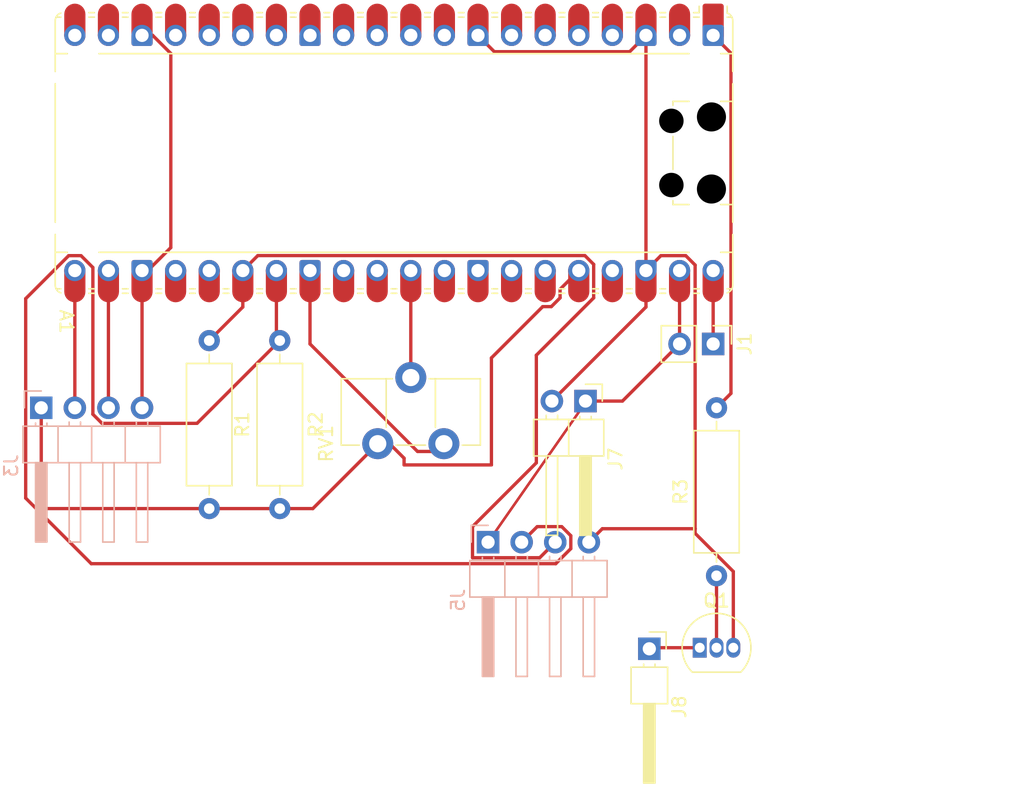
<source format=kicad_pcb>
(kicad_pcb (version 20241229) (generator "pcbnew") (generator_version "9.0")
  (title_block (title "distance alarm printed circuit") (date "2025-04-30") (rev "0.2") (company "TLC IT-Consulting"))
  (layers (0 "F.Cu" signal) (2 "B.Cu" signal) (13 "F.Paste" user) (15 "B.Paste" user) (5 "F.SilkS" user "F.Silkscreen") (7 "B.SilkS" user "B.Silkscreen") (1 "F.Mask" user) (3 "B.Mask" user) (25 "Edge.Cuts" user))
  (net 0 "")
  (net 1 "Net-(A1-VBUS)")
  (net 2 "Net-(A1-GPIO0)")
  (net 3 "GND")
  (net 10 "+3.3V")
  (net 12 "Net-(A1-GPIO20)")
  (net 15 "Net-(A1-GPIO17)")
  (net 20 "Net-(A1-GPIO16)")
  (net 21 "Net-(A1-GPIO26_ADC0)")
  (net 33 "Net-(A1-GPIO21)")
  (net 34 "+5V")
  (net 35 "Net-(D1-K)")
  (net 36 "Net-(Q1-B)")
  (footprint "Resistor_THT:R_Axial_DIN0309_L9.0mm_D3.2mm_P12.70mm_Horizontal" (layer "F.Cu") (at 35.56 38.354 -90)
    (property "Reference" "R2" (at 6.35 -2.72 90) (layer "F.SilkS"))
    (property "Value" "10k")
    (fp_line (start 1.73 1.72) (end 10.97 1.72) (stroke (width 0.12)) (layer "F.SilkS"))
    (fp_line (start 10.97 1.72) (end 10.97 -1.72) (stroke (width 0.12)) (layer "F.SilkS"))
    (fp_line (start 1.04 0) (end 1.73 0) (stroke (width 0.12)) (layer "F.SilkS"))
    (fp_line (start 11.66 0) (end 10.97 0) (stroke (width 0.12)) (layer "F.SilkS"))
    (fp_line (start 1.73 -1.72) (end 1.73 1.72) (stroke (width 0.12)) (layer "F.SilkS"))
    (fp_line (start 10.97 -1.72) (end 1.73 -1.72) (stroke (width 0.12)) (layer "F.SilkS"))
    (pad "1" thru_hole circle (at 0 0 270) (size 1.6 1.6) (drill 0.8) (layers "*.Cu" "*.Mask") (net 33 "Net-(A1-GPIO21)"))
    (pad "2" thru_hole oval (at 12.7 0 270) (size 1.6 1.6) (drill 0.8) (layers "*.Cu" "*.Mask") (net 10 "+3.3V"))
  )
  (footprint "Connector_PinHeader_2.54mm:PinHeader_1x02_P2.54mm_Horizontal" (layer "F.Cu") (at 58.674 42.926 -90)
    (property "Reference" "J7" (at 4.385 -2.27 90) (layer "F.SilkS"))
    (property "Value" "Conn_01x02")
    (fp_line (start 1.39 3.92) (end 4.15 3.92) (stroke (width 0.12)) (layer "F.SilkS"))
    (fp_line (start 4.15 3.92) (end 4.15 -1.38) (stroke (width 0.12)) (layer "F.SilkS"))
    (fp_line (start 1.077358 2.97) (end 1.39 2.97) (stroke (width 0.12)) (layer "F.SilkS"))
    (fp_line (start 10.15 2.97) (end 4.15 2.97) (stroke (width 0.12)) (layer "F.SilkS"))
    (fp_line (start 1.077358 2.11) (end 1.39 2.11) (stroke (width 0.12)) (layer "F.SilkS"))
    (fp_line (start 4.15 2.11) (end 10.15 2.11) (stroke (width 0.12)) (layer "F.SilkS"))
    (fp_line (start 10.15 2.11) (end 10.15 2.97) (stroke (width 0.12)) (layer "F.SilkS"))
    (fp_line (start 1.39 1.27) (end 4.15 1.27) (stroke (width 0.12)) (layer "F.SilkS"))
    (fp_line (start 1.16 0.43) (end 1.39 0.43) (stroke (width 0.12)) (layer "F.SilkS"))
    (fp_line (start -1.27 0) (end -1.27 -1.27) (stroke (width 0.12)) (layer "F.SilkS"))
    (fp_line (start 1.16 -0.43) (end 1.39 -0.43) (stroke (width 0.12)) (layer "F.SilkS"))
    (fp_line (start -1.27 -1.27) (end 0 -1.27) (stroke (width 0.12)) (layer "F.SilkS"))
    (fp_line (start 1.39 -1.38) (end 1.39 3.92) (stroke (width 0.12)) (layer "F.SilkS"))
    (fp_line (start 4.15 -1.38) (end 1.39 -1.38) (stroke (width 0.12)) (layer "F.SilkS"))
    (fp_rect (start 4.15 -0.43) (end 10.15 0.43) (stroke (width 0.12)) (fill yes) (layer "F.SilkS"))
    (pad "1" thru_hole rect (at 0 0 270) (size 1.7 1.7) (drill 1) (layers "*.Cu" "*.Mask") (net 34 "+5V"))
    (pad "2" thru_hole circle (at 0 2.54 270) (size 1.7 1.7) (drill 1) (layers "*.Cu" "*.Mask") (net 3 "GND"))
  )
  (footprint "Connector_PinHeader_2.54mm:PinHeader_1x01_P2.54mm_Horizontal" (layer "F.Cu") (at 63.5 61.655 -90)
    (property "Reference" "J8" (at 4.385 -2.27 90) (layer "F.SilkS"))
    (property "Value" "Conn_01x01_Pin")
    (fp_line (start 1.39 1.38) (end 4.15 1.38) (stroke (width 0.12)) (layer "F.SilkS"))
    (fp_line (start 4.15 1.38) (end 4.15 -1.38) (stroke (width 0.12)) (layer "F.SilkS"))
    (fp_line (start 1.16 0.43) (end 1.39 0.43) (stroke (width 0.12)) (layer "F.SilkS"))
    (fp_line (start -1.27 0) (end -1.27 -1.27) (stroke (width 0.12)) (layer "F.SilkS"))
    (fp_line (start 1.16 -0.43) (end 1.39 -0.43) (stroke (width 0.12)) (layer "F.SilkS"))
    (fp_line (start -1.27 -1.27) (end 0 -1.27) (stroke (width 0.12)) (layer "F.SilkS"))
    (fp_line (start 1.39 -1.38) (end 1.39 1.38) (stroke (width 0.12)) (layer "F.SilkS"))
    (fp_line (start 4.15 -1.38) (end 1.39 -1.38) (stroke (width 0.12)) (layer "F.SilkS"))
    (fp_rect (start 4.15 -0.43) (end 10.15 0.43) (stroke (width 0.12)) (fill yes) (layer "F.SilkS"))
    (pad "1" thru_hole rect (at 0 0 270) (size 1.7 1.7) (drill 1) (layers "*.Cu" "*.Mask") (net 35 "Net-(D1-K)"))
  )
  (footprint "Connector_PinHeader_2.54mm:PinHeader_1x02_P2.54mm_Vertical" (layer "F.Cu") (at 68.326 38.608 -90)
    (property "Reference" "J1" (at 0 -2.38 90) (layer "F.SilkS"))
    (property "Value" "Conn_01x02")
    (fp_line (start -1.38 3.92) (end 1.38 3.92) (stroke (width 0.12)) (layer "F.SilkS"))
    (fp_line (start -1.38 1.27) (end -1.38 3.92) (stroke (width 0.12)) (layer "F.SilkS"))
    (fp_line (start -1.38 1.27) (end 1.38 1.27) (stroke (width 0.12)) (layer "F.SilkS"))
    (fp_line (start 1.38 1.27) (end 1.38 3.92) (stroke (width 0.12)) (layer "F.SilkS"))
    (fp_line (start -1.38 0) (end -1.38 -1.38) (stroke (width 0.12)) (layer "F.SilkS"))
    (fp_line (start -1.38 -1.38) (end 0 -1.38) (stroke (width 0.12)) (layer "F.SilkS"))
    (pad "1" thru_hole rect (at 0 0 270) (size 1.7 1.7) (drill 1) (layers "*.Cu" "*.Mask") (net 1 "Net-(A1-VBUS)"))
    (pad "2" thru_hole circle (at 0 2.54 270) (size 1.7 1.7) (drill 1) (layers "*.Cu" "*.Mask") (net 34 "+5V"))
  )
  (footprint "Resistor_THT:R_Axial_DIN0309_L9.0mm_D3.2mm_P12.70mm_Horizontal" (layer "F.Cu") (at 68.58 56.134 90)
    (property "Reference" "R3" (at 6.35 -2.72 90) (layer "F.SilkS"))
    (property "Value" "2k2")
    (fp_line (start 10.97 -1.72) (end 1.73 -1.72) (stroke (width 0.12)) (layer "F.SilkS"))
    (fp_line (start 1.73 -1.72) (end 1.73 1.72) (stroke (width 0.12)) (layer "F.SilkS"))
    (fp_line (start 11.66 0) (end 10.97 0) (stroke (width 0.12)) (layer "F.SilkS"))
    (fp_line (start 1.04 0) (end 1.73 0) (stroke (width 0.12)) (layer "F.SilkS"))
    (fp_line (start 10.97 1.72) (end 10.97 -1.72) (stroke (width 0.12)) (layer "F.SilkS"))
    (fp_line (start 1.73 1.72) (end 10.97 1.72) (stroke (width 0.12)) (layer "F.SilkS"))
    (pad "1" thru_hole circle (at 0 0 90) (size 1.6 1.6) (drill 0.8) (layers "*.Cu" "*.Mask") (net 36 "Net-(Q1-B)"))
    (pad "2" thru_hole oval (at 12.7 0 90) (size 1.6 1.6) (drill 0.8) (layers "*.Cu" "*.Mask") (net 2 "Net-(A1-GPIO0)"))
  )
  (footprint "Package_TO_SOT_THT:TO-92_Inline" (layer "F.Cu") (at 67.31 61.574)
    (property "Reference" "Q1" (at 1.27 -3.56 0) (layer "F.SilkS"))
    (property "Value" "BC237")
    (fp_line (start -0.53 1.85) (end 3.07 1.85) (stroke (width 0.12)) (layer "F.SilkS"))
    (fp_arc (start -0.568478 1.838478) (mid -1.132087 -0.994977) (end 1.27 -2.6) (stroke (width 0.12)) (layer "F.SilkS"))
    (fp_arc (start 1.27 -2.6) (mid 3.672087 -0.994977) (end 3.108478 1.838478) (stroke (width 0.12)) (layer "F.SilkS"))
    (pad "1" thru_hole rect (at 0 0) (size 1.05 1.5) (drill 0.75) (layers "*.Cu" "*.Mask") (net 35 "Net-(D1-K)"))
    (pad "2" thru_hole oval (at 1.27 0) (size 1.05 1.5) (drill 0.75) (layers "*.Cu" "*.Mask") (net 36 "Net-(Q1-B)"))
    (pad "3" thru_hole oval (at 2.54 0) (size 1.05 1.5) (drill 0.75) (layers "*.Cu" "*.Mask") (net 3 "GND"))
  )
  (footprint "Module:RaspberryPi_Pico_Common_Unspecified" (layer "F.Cu") (at 44.196 24.168 -90)
    (property "Reference" "A1" (at 11.7475 24.765 270) (layer "F.SilkS") (effects (justify left)))
    (property "Value" "RaspberryPi_Pico")
    (fp_line (start -10 25.61) (end -6.162061 25.61) (stroke (width 0.12)) (layer "F.SilkS"))
    (fp_line (start -3.6 25.61) (end -5.237939 25.61) (stroke (width 0.12)) (layer "F.SilkS"))
    (fp_line (start 3.6 25.61) (end -3.6 25.61) (stroke (width 0.12)) (layer "F.SilkS"))
    (fp_line (start 5.237939 25.61) (end 3.6 25.61) (stroke (width 0.12)) (layer "F.SilkS"))
    (fp_line (start 6.162061 25.61) (end 10 25.61) (stroke (width 0.12)) (layer "F.SilkS"))
    (fp_line (start -10.27 25.189937) (end -10.27 25.547) (stroke (width 0.12)) (layer "F.SilkS"))
    (fp_line (start 10.27 25.189937) (end 10.27 25.547) (stroke (width 0.12)) (layer "F.SilkS"))
    (fp_line (start -7.51 24.69648) (end -7.51 25.61) (stroke (width 0.12)) (layer "F.SilkS"))
    (fp_line (start 7.51 24.69648) (end 7.51 25.61) (stroke (width 0.12)) (layer "F.SilkS"))
    (fp_line (start -10.61 22.65) (end -10.61 23.07) (stroke (width 0.12)) (layer "F.SilkS"))
    (fp_line (start -10.27 22.65) (end -10.27 23.07) (stroke (width 0.12)) (layer "F.SilkS"))
    (fp_line (start 10.27 22.65) (end 10.27 23.07) (stroke (width 0.12)) (layer "F.SilkS"))
    (fp_line (start 10.61 22.65) (end 10.61 23.07) (stroke (width 0.12)) (layer "F.SilkS"))
    (fp_line (start -10.61 20.11) (end -10.61 20.53) (stroke (width 0.12)) (layer "F.SilkS"))
    (fp_line (start -10.27 20.11) (end -10.27 20.53) (stroke (width 0.12)) (layer "F.SilkS"))
    (fp_line (start 10.27 20.11) (end 10.27 20.53) (stroke (width 0.12)) (layer "F.SilkS"))
    (fp_line (start 10.61 20.11) (end 10.61 20.53) (stroke (width 0.12)) (layer "F.SilkS"))
    (fp_line (start -10.61 17.57) (end -10.61 17.99) (stroke (width 0.12)) (layer "F.SilkS"))
    (fp_line (start -10.27 17.57) (end -10.27 17.99) (stroke (width 0.12)) (layer "F.SilkS"))
    (fp_line (start 10.27 17.57) (end 10.27 17.99) (stroke (width 0.12)) (layer "F.SilkS"))
    (fp_line (start 10.61 17.57) (end 10.61 17.99) (stroke (width 0.12)) (layer "F.SilkS"))
    (fp_line (start -10.61 15.03) (end -10.61 15.45) (stroke (width 0.12)) (layer "F.SilkS"))
    (fp_line (start -10.27 15.03) (end -10.27 15.45) (stroke (width 0.12)) (layer "F.SilkS"))
    (fp_line (start 10.27 15.03) (end 10.27 15.45) (stroke (width 0.12)) (layer "F.SilkS"))
    (fp_line (start 10.61 15.03) (end 10.61 15.45) (stroke (width 0.12)) (layer "F.SilkS"))
    (fp_line (start -10.61 12.49) (end -10.61 12.91) (stroke (width 0.12)) (layer "F.SilkS"))
    (fp_line (start -10.27 12.49) (end -10.27 12.91) (stroke (width 0.12)) (layer "F.SilkS"))
    (fp_line (start 10.27 12.49) (end 10.27 12.91) (stroke (width 0.12)) (layer "F.SilkS"))
    (fp_line (start 10.61 12.49) (end 10.61 12.91) (stroke (width 0.12)) (layer "F.SilkS"))
    (fp_line (start -10.61 9.95) (end -10.61 10.37) (stroke (width 0.12)) (layer "F.SilkS"))
    (fp_line (start -10.27 9.95) (end -10.27 10.37) (stroke (width 0.12)) (layer "F.SilkS"))
    (fp_line (start 10.27 9.95) (end 10.27 10.37) (stroke (width 0.12)) (layer "F.SilkS"))
    (fp_line (start 10.61 9.95) (end 10.61 10.37) (stroke (width 0.12)) (layer "F.SilkS"))
    (fp_line (start -10.61 7.41) (end -10.61 7.83) (stroke (width 0.12)) (layer "F.SilkS"))
    (fp_line (start -10.27 7.41) (end -10.27 7.83) (stroke (width 0.12)) (layer "F.SilkS"))
    (fp_line (start 10.27 7.41) (end 10.27 7.83) (stroke (width 0.12)) (layer "F.SilkS"))
    (fp_line (start 10.61 7.41) (end 10.61 7.83) (stroke (width 0.12)) (layer "F.SilkS"))
    (fp_line (start -10.61 4.87) (end -10.61 5.29) (stroke (width 0.12)) (layer "F.SilkS"))
    (fp_line (start -10.27 4.87) (end -10.27 5.29) (stroke (width 0.12)) (layer "F.SilkS"))
    (fp_line (start 10.27 4.87) (end 10.27 5.29) (stroke (width 0.12)) (layer "F.SilkS"))
    (fp_line (start 10.61 4.87) (end 10.61 5.29) (stroke (width 0.12)) (layer "F.SilkS"))
    (fp_line (start -10.61 2.33) (end -10.61 2.75) (stroke (width 0.12)) (layer "F.SilkS"))
    (fp_line (start -10.27 2.33) (end -10.27 2.75) (stroke (width 0.12)) (layer "F.SilkS"))
    (fp_line (start 10.27 2.33) (end 10.27 2.75) (stroke (width 0.12)) (layer "F.SilkS"))
    (fp_line (start 10.61 2.33) (end 10.61 2.75) (stroke (width 0.12)) (layer "F.SilkS"))
    (fp_line (start -10.61 -0.21) (end -10.61 0.21) (stroke (width 0.12)) (layer "F.SilkS"))
    (fp_line (start -10.27 -0.21) (end -10.27 0.21) (stroke (width 0.12)) (layer "F.SilkS"))
    (fp_line (start 10.27 -0.21) (end 10.27 0.21) (stroke (width 0.12)) (layer "F.SilkS"))
    (fp_line (start 10.61 -0.21) (end 10.61 0.21) (stroke (width 0.12)) (layer "F.SilkS"))
    (fp_line (start -10.61 -2.75) (end -10.61 -2.33) (stroke (width 0.12)) (layer "F.SilkS"))
    (fp_line (start -10.27 -2.75) (end -10.27 -2.33) (stroke (width 0.12)) (layer "F.SilkS"))
    (fp_line (start 10.27 -2.75) (end 10.27 -2.33) (stroke (width 0.12)) (layer "F.SilkS"))
    (fp_line (start 10.61 -2.75) (end 10.61 -2.33) (stroke (width 0.12)) (layer "F.SilkS"))
    (fp_line (start -10.61 -5.29) (end -10.61 -4.87) (stroke (width 0.12)) (layer "F.SilkS"))
    (fp_line (start -10.27 -5.29) (end -10.27 -4.87) (stroke (width 0.12)) (layer "F.SilkS"))
    (fp_line (start 10.27 -5.29) (end 10.27 -4.87) (stroke (width 0.12)) (layer "F.SilkS"))
    (fp_line (start 10.61 -5.29) (end 10.61 -4.87) (stroke (width 0.12)) (layer "F.SilkS"))
    (fp_line (start -10.61 -7.83) (end -10.61 -7.41) (stroke (width 0.12)) (layer "F.SilkS"))
    (fp_line (start -10.27 -7.83) (end -10.27 -7.41) (stroke (width 0.12)) (layer "F.SilkS"))
    (fp_line (start 10.27 -7.83) (end 10.27 -7.41) (stroke (width 0.12)) (layer "F.SilkS"))
    (fp_line (start 10.61 -7.83) (end 10.61 -7.41) (stroke (width 0.12)) (layer "F.SilkS"))
    (fp_line (start -10.61 -10.37) (end -10.61 -9.95) (stroke (width 0.12)) (layer "F.SilkS"))
    (fp_line (start -10.27 -10.37) (end -10.27 -9.95) (stroke (width 0.12)) (layer "F.SilkS"))
    (fp_line (start 10.27 -10.37) (end 10.27 -9.95) (stroke (width 0.12)) (layer "F.SilkS"))
    (fp_line (start 10.61 -10.37) (end 10.61 -9.95) (stroke (width 0.12)) (layer "F.SilkS"))
    (fp_line (start -10.61 -12.91) (end -10.61 -12.49) (stroke (width 0.12)) (layer "F.SilkS"))
    (fp_line (start -10.27 -12.91) (end -10.27 -12.49) (stroke (width 0.12)) (layer "F.SilkS"))
    (fp_line (start 10.27 -12.91) (end 10.27 -12.49) (stroke (width 0.12)) (layer "F.SilkS"))
    (fp_line (start 10.61 -12.91) (end 10.61 -12.49) (stroke (width 0.12)) (layer "F.SilkS"))
    (fp_line (start -10.61 -15.45) (end -10.61 -15.03) (stroke (width 0.12)) (layer "F.SilkS"))
    (fp_line (start -10.27 -15.45) (end -10.27 -15.03) (stroke (width 0.12)) (layer "F.SilkS"))
    (fp_line (start 10.27 -15.45) (end 10.27 -15.03) (stroke (width 0.12)) (layer "F.SilkS"))
    (fp_line (start 10.61 -15.45) (end 10.61 -15.03) (stroke (width 0.12)) (layer "F.SilkS"))
    (fp_line (start -10.61 -17.99) (end -10.61 -17.57) (stroke (width 0.12)) (layer "F.SilkS"))
    (fp_line (start -10.27 -17.99) (end -10.27 -17.57) (stroke (width 0.12)) (layer "F.SilkS"))
    (fp_line (start 10.27 -17.99) (end 10.27 -17.57) (stroke (width 0.12)) (layer "F.SilkS"))
    (fp_line (start 10.61 -17.99) (end 10.61 -17.57) (stroke (width 0.12)) (layer "F.SilkS"))
    (fp_line (start -10.61 -20.53) (end -10.61 -20.11) (stroke (width 0.12)) (layer "F.SilkS"))
    (fp_line (start -10.27 -20.53) (end -10.27 -20.11) (stroke (width 0.12)) (layer "F.SilkS"))
    (fp_line (start 10.27 -20.53) (end 10.27 -20.11) (stroke (width 0.12)) (layer "F.SilkS"))
    (fp_line (start 10.61 -20.53) (end 10.61 -20.11) (stroke (width 0.12)) (layer "F.SilkS"))
    (fp_line (start -3.9 -21.09) (end -3.60391 -21.09) (stroke (width 0.12)) (layer "F.SilkS"))
    (fp_line (start -1.24609 -21.09) (end 1.24609 -21.09) (stroke (width 0.12)) (layer "F.SilkS"))
    (fp_line (start 3.60391 -21.09) (end 3.9 -21.09) (stroke (width 0.12)) (layer "F.SilkS"))
    (fp_line (start -7.51 -22.30352) (end -7.51 22.30352) (stroke (width 0.12)) (layer "F.SilkS"))
    (fp_line (start 7.51 -22.30352) (end 7.51 22.30352) (stroke (width 0.12)) (layer "F.SilkS"))
    (fp_line (start -3.9 -22.306) (end -3.9 -21.09) (stroke (width 0.12)) (layer "F.SilkS"))
    (fp_line (start 3.9 -22.306) (end 3.9 -21.09) (stroke (width 0.12)) (layer "F.SilkS"))
    (fp_line (start -10.61 -23.07) (end -10.61 -22.65) (stroke (width 0.12)) (layer "F.SilkS"))
    (fp_line (start -10.61 -23.07) (end -11.09 -23.07) (stroke (width 0.12)) (layer "F.SilkS"))
    (fp_line (start -10.27 -23.07) (end -10.27 -22.65) (stroke (width 0.12)) (layer "F.SilkS"))
    (fp_line (start 10.27 -23.07) (end 10.27 -22.65) (stroke (width 0.12)) (layer "F.SilkS"))
    (fp_line (start 10.61 -23.07) (end 10.61 -22.65) (stroke (width 0.12)) (layer "F.SilkS"))
    (fp_line (start -10.27 -25.189937) (end -10.27 -25.547) (stroke (width 0.12)) (layer "F.SilkS"))
    (fp_line (start 10.27 -25.189937) (end 10.27 -25.547) (stroke (width 0.12)) (layer "F.SilkS"))
    (fp_line (start -10.579676 -25.19) (end -11.09 -25.19) (stroke (width 0.12)) (layer "F.SilkS"))
    (fp_line (start -10 -25.61) (end -7.51 -25.61) (stroke (width 0.12)) (layer "F.SilkS"))
    (fp_line (start -7.51 -25.61) (end -7.51 -24.69648) (stroke (width 0.12)) (layer "F.SilkS"))
    (fp_line (start -7.51 -25.61) (end -6.16206 -25.61) (stroke (width 0.12)) (layer "F.SilkS"))
    (fp_line (start -5.237939 -25.61) (end -4.235 -25.61) (stroke (width 0.12)) (layer "F.SilkS"))
    (fp_line (start -4.235 -25.61) (end 4.235 -25.61) (stroke (width 0.12)) (layer "F.SilkS"))
    (fp_line (start -3.9 -25.61) (end -3.9 -24.694) (stroke (width 0.12)) (layer "F.SilkS"))
    (fp_line (start 3.9 -25.61) (end 3.9 -24.694) (stroke (width 0.12)) (layer "F.SilkS"))
    (fp_line (start 4.235 -25.61) (end 5.237939 -25.61) (stroke (width 0.12)) (layer "F.SilkS"))
    (fp_line (start 6.162061 -25.61) (end 7.51 -25.61) (stroke (width 0.12)) (layer "F.SilkS"))
    (fp_line (start 7.51 -25.61) (end 7.51 -24.69648) (stroke (width 0.12)) (layer "F.SilkS"))
    (fp_line (start 10 -25.61) (end 7.51 -25.61) (stroke (width 0.12)) (layer "F.SilkS"))
    (fp_arc (start -10 25.61) (mid -10.357937 25.493944) (end -10.579676 25.189937) (stroke (width 0.12)) (layer "F.SilkS"))
    (fp_arc (start 10.579676 25.189937) (mid 10.357946 25.493957) (end 10 25.61) (stroke (width 0.12)) (layer "F.SilkS"))
    (fp_arc (start -10.579676 -25.19) (mid -10.357938 -25.493944) (end -10 -25.61) (stroke (width 0.12)) (layer "F.SilkS"))
    (fp_arc (start 10 -25.61) (mid 10.357937 -25.493944) (end 10.579676 -25.189937) (stroke (width 0.12)) (layer "F.SilkS"))
    (pad "" np_thru_hole circle (at -2.725 -24 270) (size 2.2 2.2) (drill 2.2) (layers "*.Mask"))
    (pad "" np_thru_hole circle (at -2.425 -20.97 270) (size 1.85 1.85) (drill 1.85) (layers "*.Mask"))
    (pad "" np_thru_hole circle (at 2.425 -20.97 270) (size 1.85 1.85) (drill 1.85) (layers "*.Mask"))
    (pad "" np_thru_hole circle (at 2.725 -24 270) (size 2.2 2.2) (drill 2.2) (layers "*.Mask"))
    (pad "1" smd custom (at -9.69 -24.13 270) (size 1.6 0.8) (layers "F.Cu" "F.Mask") (net 2 "Net-(A1-GPIO0)") (options (clearance outline) (anchor rect)) (primitives (gr_circle (center 0.8 0) (end 1.6 0) (width 0) (fill yes)) (gr_poly (pts (xy -1.6 -0.6) (xy -1.6 0.6) (xy -1.4 0.8) (xy 0.8 0.8) (xy 0.8 -0.8) (xy -1.4 -0.8)) (width 0) (fill yes)) (gr_circle (center -1.4 -0.6) (end -1.2 -0.6) (width 0) (fill yes)) (gr_circle (center -1.4 0.6) (end -1.2 0.6) (width 0) (fill yes))))
    (pad "1" thru_hole roundrect (at -8.89 -24.13 270) (size 1.6 1.6) (drill 1) (layers "*.Cu" "*.Mask") (roundrect_rratio 0.125) (net 2 "Net-(A1-GPIO0)"))
    (pad "2" smd roundrect (at -9.69 -21.59 270) (size 3.2 1.6) (layers "F.Cu" "F.Mask") (roundrect_rratio 0.5))
    (pad "2" thru_hole circle (at -8.89 -21.59 270) (size 1.6 1.6) (drill 1) (layers "*.Cu" "*.Mask"))
    (pad "3" smd custom (at -9.69 -19.05 270) (size 1.6 0.8) (layers "F.Cu" "F.Mask") (net 3 "GND") (options (clearance outline) (anchor rect)) (primitives (gr_circle (center -0.8 0) (end 0 0) (width 0) (fill yes)) (gr_poly (pts (xy 1.6 -0.6) (xy 1.6 0.6) (xy 1.4 0.8) (xy -0.8 0.8) (xy -0.8 -0.8) (xy 1.4 -0.8)) (width 0) (fill yes)) (gr_circle (center 1.4 -0.6) (end 1.6 -0.6) (width 0) (fill yes)) (gr_circle (center 1.4 0.6) (end 1.6 0.6) (width 0) (fill yes))))
    (pad "3" thru_hole custom (at -8.89 -19.05 270) (size 1.6 1.6) (drill 1) (layers "*.Cu" "*.Mask") (net 3 "GND") (options (clearance outline) (anchor circle)) (primitives (gr_poly (pts (xy 0.8 0.6) (xy 0.8 -0.6) (xy 0.6 -0.8) (xy 0 -0.8) (xy 0 0.8) (xy 0.6 0.8)) (width 0) (fill yes)) (gr_circle (center 0.6 0.6) (end 0.8 0.6) (width 0) (fill yes)) (gr_circle (center 0.6 -0.6) (end 0.8 -0.6) (width 0) (fill yes))))
    (pad "4" smd roundrect (at -9.69 -16.51 270) (size 3.2 1.6) (layers "F.Cu" "F.Mask") (roundrect_rratio 0.5))
    (pad "4" thru_hole circle (at -8.89 -16.51 270) (size 1.6 1.6) (drill 1) (layers "*.Cu" "*.Mask"))
    (pad "5" smd roundrect (at -9.69 -13.97 270) (size 3.2 1.6) (layers "F.Cu" "F.Mask") (roundrect_rratio 0.5))
    (pad "5" thru_hole circle (at -8.89 -13.97 270) (size 1.6 1.6) (drill 1) (layers "*.Cu" "*.Mask"))
    (pad "6" smd roundrect (at -9.69 -11.43 270) (size 3.2 1.6) (layers "F.Cu" "F.Mask") (roundrect_rratio 0.5))
    (pad "6" thru_hole circle (at -8.89 -11.43 270) (size 1.6 1.6) (drill 1) (layers "*.Cu" "*.Mask"))
    (pad "7" smd roundrect (at -9.69 -8.89 270) (size 3.2 1.6) (layers "F.Cu" "F.Mask") (roundrect_rratio 0.5))
    (pad "7" thru_hole circle (at -8.89 -8.89 270) (size 1.6 1.6) (drill 1) (layers "*.Cu" "*.Mask"))
    (pad "8" smd custom (at -9.69 -6.35 270) (size 1.6 0.8) (layers "F.Cu" "F.Mask") (net 3 "GND") (options (clearance outline) (anchor rect)) (primitives (gr_circle (center -0.8 0) (end 0 0) (width 0) (fill yes)) (gr_poly (pts (xy 1.6 -0.6) (xy 1.6 0.6) (xy 1.4 0.8) (xy -0.8 0.8) (xy -0.8 -0.8) (xy 1.4 -0.8)) (width 0) (fill yes)) (gr_circle (center 1.4 -0.6) (end 1.6 -0.6) (width 0) (fill yes)) (gr_circle (center 1.4 0.6) (end 1.6 0.6) (width 0) (fill yes))))
    (pad "8" thru_hole custom (at -8.89 -6.35 270) (size 1.6 1.6) (drill 1) (layers "*.Cu" "*.Mask") (net 3 "GND") (options (clearance outline) (anchor circle)) (primitives (gr_poly (pts (xy 0.8 0.6) (xy 0.8 -0.6) (xy 0.6 -0.8) (xy 0 -0.8) (xy 0 0.8) (xy 0.6 0.8)) (width 0) (fill yes)) (gr_circle (center 0.6 0.6) (end 0.8 0.6) (width 0) (fill yes)) (gr_circle (center 0.6 -0.6) (end 0.8 -0.6) (width 0) (fill yes))))
    (pad "9" smd roundrect (at -9.69 -3.81 270) (size 3.2 1.6) (layers "F.Cu" "F.Mask") (roundrect_rratio 0.5))
    (pad "9" thru_hole circle (at -8.89 -3.81 270) (size 1.6 1.6) (drill 1) (layers "*.Cu" "*.Mask"))
    (pad "10" smd roundrect (at -9.69 -1.27 270) (size 3.2 1.6) (layers "F.Cu" "F.Mask") (roundrect_rratio 0.5))
    (pad "10" thru_hole circle (at -8.89 -1.27 270) (size 1.6 1.6) (drill 1) (layers "*.Cu" "*.Mask"))
    (pad "11" smd roundrect (at -9.69 1.27 270) (size 3.2 1.6) (layers "F.Cu" "F.Mask") (roundrect_rratio 0.5))
    (pad "11" thru_hole circle (at -8.89 1.27 270) (size 1.6 1.6) (drill 1) (layers "*.Cu" "*.Mask"))
    (pad "12" smd roundrect (at -9.69 3.81 270) (size 3.2 1.6) (layers "F.Cu" "F.Mask") (roundrect_rratio 0.5))
    (pad "12" thru_hole circle (at -8.89 3.81 270) (size 1.6 1.6) (drill 1) (layers "*.Cu" "*.Mask"))
    (pad "13" smd custom (at -9.69 6.35 270) (size 1.6 0.8) (layers "F.Cu" "F.Mask") (net 3 "GND") (options (clearance outline) (anchor rect)) (primitives (gr_circle (center -0.8 0) (end 0 0) (width 0) (fill yes)) (gr_poly (pts (xy 1.6 -0.6) (xy 1.6 0.6) (xy 1.4 0.8) (xy -0.8 0.8) (xy -0.8 -0.8) (xy 1.4 -0.8)) (width 0) (fill yes)) (gr_circle (center 1.4 -0.6) (end 1.6 -0.6) (width 0) (fill yes)) (gr_circle (center 1.4 0.6) (end 1.6 0.6) (width 0) (fill yes))))
    (pad "13" thru_hole custom (at -8.89 6.35 270) (size 1.6 1.6) (drill 1) (layers "*.Cu" "*.Mask") (net 3 "GND") (options (clearance outline) (anchor circle)) (primitives (gr_poly (pts (xy 0.8 0.6) (xy 0.8 -0.6) (xy 0.6 -0.8) (xy 0 -0.8) (xy 0 0.8) (xy 0.6 0.8)) (width 0) (fill yes)) (gr_circle (center 0.6 0.6) (end 0.8 0.6) (width 0) (fill yes)) (gr_circle (center 0.6 -0.6) (end 0.8 -0.6) (width 0) (fill yes))))
    (pad "14" smd roundrect (at -9.69 8.89 270) (size 3.2 1.6) (layers "F.Cu" "F.Mask") (roundrect_rratio 0.5))
    (pad "14" thru_hole circle (at -8.89 8.89 270) (size 1.6 1.6) (drill 1) (layers "*.Cu" "*.Mask"))
    (pad "15" smd roundrect (at -9.69 11.43 270) (size 3.2 1.6) (layers "F.Cu" "F.Mask") (roundrect_rratio 0.5))
    (pad "15" thru_hole circle (at -8.89 11.43 270) (size 1.6 1.6) (drill 1) (layers "*.Cu" "*.Mask"))
    (pad "16" smd roundrect (at -9.69 13.97 270) (size 3.2 1.6) (layers "F.Cu" "F.Mask") (roundrect_rratio 0.5))
    (pad "16" thru_hole circle (at -8.89 13.97 270) (size 1.6 1.6) (drill 1) (layers "*.Cu" "*.Mask"))
    (pad "17" smd roundrect (at -9.69 16.51 270) (size 3.2 1.6) (layers "F.Cu" "F.Mask") (roundrect_rratio 0.5))
    (pad "17" thru_hole circle (at -8.89 16.51 270) (size 1.6 1.6) (drill 1) (layers "*.Cu" "*.Mask"))
    (pad "18" smd custom (at -9.69 19.05 270) (size 1.6 0.8) (layers "F.Cu" "F.Mask") (net 3 "GND") (options (clearance outline) (anchor rect)) (primitives (gr_circle (center -0.8 0) (end 0 0) (width 0) (fill yes)) (gr_poly (pts (xy 1.6 -0.6) (xy 1.6 0.6) (xy 1.4 0.8) (xy -0.8 0.8) (xy -0.8 -0.8) (xy 1.4 -0.8)) (width 0) (fill yes)) (gr_circle (center 1.4 -0.6) (end 1.6 -0.6) (width 0) (fill yes)) (gr_circle (center 1.4 0.6) (end 1.6 0.6) (width 0) (fill yes))))
    (pad "18" thru_hole custom (at -8.89 19.05 270) (size 1.6 1.6) (drill 1) (layers "*.Cu" "*.Mask") (net 3 "GND") (options (clearance outline) (anchor circle)) (primitives (gr_poly (pts (xy 0.8 0.6) (xy 0.8 -0.6) (xy 0.6 -0.8) (xy 0 -0.8) (xy 0 0.8) (xy 0.6 0.8)) (width 0) (fill yes)) (gr_circle (center 0.6 0.6) (end 0.8 0.6) (width 0) (fill yes)) (gr_circle (center 0.6 -0.6) (end 0.8 -0.6) (width 0) (fill yes))))
    (pad "19" smd roundrect (at -9.69 21.59 270) (size 3.2 1.6) (layers "F.Cu" "F.Mask") (roundrect_rratio 0.5))
    (pad "19" thru_hole circle (at -8.89 21.59 270) (size 1.6 1.6) (drill 1) (layers "*.Cu" "*.Mask"))
    (pad "20" smd roundrect (at -9.69 24.13 270) (size 3.2 1.6) (layers "F.Cu" "F.Mask") (roundrect_rratio 0.5))
    (pad "20" thru_hole circle (at -8.89 24.13 270) (size 1.6 1.6) (drill 1) (layers "*.Cu" "*.Mask"))
    (pad "21" thru_hole circle (at 8.89 24.13 270) (size 1.6 1.6) (drill 1) (layers "*.Cu" "*.Mask") (net 20 "Net-(A1-GPIO16)"))
    (pad "21" smd roundrect (at 9.69 24.13 270) (size 3.2 1.6) (layers "F.Cu" "F.Mask") (roundrect_rratio 0.5) (net 20 "Net-(A1-GPIO16)"))
    (pad "22" thru_hole circle (at 8.89 21.59 270) (size 1.6 1.6) (drill 1) (layers "*.Cu" "*.Mask") (net 15 "Net-(A1-GPIO17)"))
    (pad "22" smd roundrect (at 9.69 21.59 270) (size 3.2 1.6) (layers "F.Cu" "F.Mask") (roundrect_rratio 0.5) (net 15 "Net-(A1-GPIO17)"))
    (pad "23" thru_hole custom (at 8.89 19.05 270) (size 1.6 1.6) (drill 1) (layers "*.Cu" "*.Mask") (net 3 "GND") (options (clearance outline) (anchor circle)) (primitives (gr_poly (pts (xy -0.8 0.6) (xy -0.8 -0.6) (xy -0.6 -0.8) (xy 0 -0.8) (xy 0 0.8) (xy -0.6 0.8)) (width 0) (fill yes)) (gr_circle (center -0.6 0.6) (end -0.4 0.6) (width 0) (fill yes)) (gr_circle (center -0.6 -0.6) (end -0.4 -0.6) (width 0) (fill yes))))
    (pad "23" smd custom (at 9.69 19.05 270) (size 1.6 0.8) (layers "F.Cu" "F.Mask") (net 3 "GND") (options (clearance outline) (anchor rect)) (primitives (gr_circle (center 0.8 0) (end 1.6 0) (width 0) (fill yes)) (gr_poly (pts (xy -1.6 -0.6) (xy -1.6 0.6) (xy -1.4 0.8) (xy 0.8 0.8) (xy 0.8 -0.8) (xy -1.4 -0.8)) (width 0) (fill yes)) (gr_circle (center -1.4 -0.6) (end -1.2 -0.6) (width 0) (fill yes)) (gr_circle (center -1.4 0.6) (end -1.2 0.6) (width 0) (fill yes))))
    (pad "24" thru_hole circle (at 8.89 16.51 270) (size 1.6 1.6) (drill 1) (layers "*.Cu" "*.Mask"))
    (pad "24" smd roundrect (at 9.69 16.51 270) (size 3.2 1.6) (layers "F.Cu" "F.Mask") (roundrect_rratio 0.5))
    (pad "25" thru_hole circle (at 8.89 13.97 270) (size 1.6 1.6) (drill 1) (layers "*.Cu" "*.Mask"))
    (pad "25" smd roundrect (at 9.69 13.97 270) (size 3.2 1.6) (layers "F.Cu" "F.Mask") (roundrect_rratio 0.5))
    (pad "26" thru_hole circle (at 8.89 11.43 270) (size 1.6 1.6) (drill 1) (layers "*.Cu" "*.Mask") (net 12 "Net-(A1-GPIO20)"))
    (pad "26" smd roundrect (at 9.69 11.43 270) (size 3.2 1.6) (layers "F.Cu" "F.Mask") (roundrect_rratio 0.5) (net 12 "Net-(A1-GPIO20)"))
    (pad "27" thru_hole circle (at 8.89 8.89 270) (size 1.6 1.6) (drill 1) (layers "*.Cu" "*.Mask") (net 33 "Net-(A1-GPIO21)"))
    (pad "27" smd roundrect (at 9.69 8.89 270) (size 3.2 1.6) (layers "F.Cu" "F.Mask") (roundrect_rratio 0.5) (net 33 "Net-(A1-GPIO21)"))
    (pad "28" thru_hole custom (at 8.89 6.35 270) (size 1.6 1.6) (drill 1) (layers "*.Cu" "*.Mask") (net 3 "GND") (options (clearance outline) (anchor circle)) (primitives (gr_poly (pts (xy -0.8 0.6) (xy -0.8 -0.6) (xy -0.6 -0.8) (xy 0 -0.8) (xy 0 0.8) (xy -0.6 0.8)) (width 0) (fill yes)) (gr_circle (center -0.6 0.6) (end -0.4 0.6) (width 0) (fill yes)) (gr_circle (center -0.6 -0.6) (end -0.4 -0.6) (width 0) (fill yes))))
    (pad "28" smd custom (at 9.69 6.35 270) (size 1.6 0.8) (layers "F.Cu" "F.Mask") (net 3 "GND") (options (clearance outline) (anchor rect)) (primitives (gr_circle (center 0.8 0) (end 1.6 0) (width 0) (fill yes)) (gr_poly (pts (xy -1.6 -0.6) (xy -1.6 0.6) (xy -1.4 0.8) (xy 0.8 0.8) (xy 0.8 -0.8) (xy -1.4 -0.8)) (width 0) (fill yes)) (gr_circle (center -1.4 -0.6) (end -1.2 -0.6) (width 0) (fill yes)) (gr_circle (center -1.4 0.6) (end -1.2 0.6) (width 0) (fill yes))))
    (pad "29" thru_hole circle (at 8.89 3.81 270) (size 1.6 1.6) (drill 1) (layers "*.Cu" "*.Mask"))
    (pad "29" smd roundrect (at 9.69 3.81 270) (size 3.2 1.6) (layers "F.Cu" "F.Mask") (roundrect_rratio 0.5))
    (pad "30" thru_hole circle (at 8.89 1.27 270) (size 1.6 1.6) (drill 1) (layers "*.Cu" "*.Mask"))
    (pad "30" smd roundrect (at 9.69 1.27 270) (size 3.2 1.6) (layers "F.Cu" "F.Mask") (roundrect_rratio 0.5))
    (pad "31" thru_hole circle (at 8.89 -1.27 270) (size 1.6 1.6) (drill 1) (layers "*.Cu" "*.Mask") (net 21 "Net-(A1-GPIO26_ADC0)"))
    (pad "31" smd roundrect (at 9.69 -1.27 270) (size 3.2 1.6) (layers "F.Cu" "F.Mask") (roundrect_rratio 0.5) (net 21 "Net-(A1-GPIO26_ADC0)"))
    (pad "32" thru_hole circle (at 8.89 -3.81 270) (size 1.6 1.6) (drill 1) (layers "*.Cu" "*.Mask"))
    (pad "32" smd roundrect (at 9.69 -3.81 270) (size 3.2 1.6) (layers "F.Cu" "F.Mask") (roundrect_rratio 0.5))
    (pad "33" thru_hole custom (at 8.89 -6.35 270) (size 1.6 1.6) (drill 1) (layers "*.Cu" "*.Mask") (options (clearance outline) (anchor circle)) (primitives (gr_poly (pts (xy -0.8 0.6) (xy -0.8 -0.6) (xy -0.6 -0.8) (xy 0 -0.8) (xy 0 0.8) (xy -0.6 0.8)) (width 0) (fill yes)) (gr_circle (center -0.6 0.6) (end -0.4 0.6) (width 0) (fill yes)) (gr_circle (center -0.6 -0.6) (end -0.4 -0.6) (width 0) (fill yes))))
    (pad "33" smd custom (at 9.69 -6.35 270) (size 1.6 0.8) (layers "F.Cu" "F.Mask") (options (clearance outline) (anchor rect)) (primitives (gr_circle (center 0.8 0) (end 1.6 0) (width 0) (fill yes)) (gr_poly (pts (xy -1.6 -0.6) (xy -1.6 0.6) (xy -1.4 0.8) (xy 0.8 0.8) (xy 0.8 -0.8) (xy -1.4 -0.8)) (width 0) (fill yes)) (gr_circle (center -1.4 -0.6) (end -1.2 -0.6) (width 0) (fill yes)) (gr_circle (center -1.4 0.6) (end -1.2 0.6) (width 0) (fill yes))))
    (pad "34" thru_hole circle (at 8.89 -8.89 270) (size 1.6 1.6) (drill 1) (layers "*.Cu" "*.Mask"))
    (pad "34" smd roundrect (at 9.69 -8.89 270) (size 3.2 1.6) (layers "F.Cu" "F.Mask") (roundrect_rratio 0.5))
    (pad "35" thru_hole circle (at 8.89 -11.43 270) (size 1.6 1.6) (drill 1) (layers "*.Cu" "*.Mask"))
    (pad "35" smd roundrect (at 9.69 -11.43 270) (size 3.2 1.6) (layers "F.Cu" "F.Mask") (roundrect_rratio 0.5))
    (pad "36" thru_hole circle (at 8.89 -13.97 270) (size 1.6 1.6) (drill 1) (layers "*.Cu" "*.Mask") (net 10 "+3.3V"))
    (pad "36" smd roundrect (at 9.69 -13.97 270) (size 3.2 1.6) (layers "F.Cu" "F.Mask") (roundrect_rratio 0.5) (net 10 "+3.3V"))
    (pad "37" thru_hole circle (at 8.89 -16.51 270) (size 1.6 1.6) (drill 1) (layers "*.Cu" "*.Mask"))
    (pad "37" smd roundrect (at 9.69 -16.51 270) (size 3.2 1.6) (layers "F.Cu" "F.Mask") (roundrect_rratio 0.5))
    (pad "38" thru_hole custom (at 8.89 -19.05 270) (size 1.6 1.6) (drill 1) (layers "*.Cu" "*.Mask") (net 3 "GND") (options (clearance outline) (anchor circle)) (primitives (gr_poly (pts (xy -0.8 0.6) (xy -0.8 -0.6) (xy -0.6 -0.8) (xy 0 -0.8) (xy 0 0.8) (xy -0.6 0.8)) (width 0) (fill yes)) (gr_circle (center -0.6 0.6) (end -0.4 0.6) (width 0) (fill yes)) (gr_circle (center -0.6 -0.6) (end -0.4 -0.6) (width 0) (fill yes))))
    (pad "38" smd custom (at 9.69 -19.05 270) (size 1.6 0.8) (layers "F.Cu" "F.Mask") (net 3 "GND") (options (clearance outline) (anchor rect)) (primitives (gr_circle (center 0.8 0) (end 1.6 0) (width 0) (fill yes)) (gr_poly (pts (xy -1.6 -0.6) (xy -1.6 0.6) (xy -1.4 0.8) (xy 0.8 0.8) (xy 0.8 -0.8) (xy -1.4 -0.8)) (width 0) (fill yes)) (gr_circle (center -1.4 -0.6) (end -1.2 -0.6) (width 0) (fill yes)) (gr_circle (center -1.4 0.6) (end -1.2 0.6) (width 0) (fill yes))))
    (pad "39" thru_hole circle (at 8.89 -21.59 270) (size 1.6 1.6) (drill 1) (layers "*.Cu" "*.Mask") (net 34 "+5V"))
    (pad "39" smd roundrect (at 9.69 -21.59 270) (size 3.2 1.6) (layers "F.Cu" "F.Mask") (roundrect_rratio 0.5) (net 34 "+5V"))
    (pad "40" thru_hole circle (at 8.89 -24.13 270) (size 1.6 1.6) (drill 1) (layers "*.Cu" "*.Mask") (net 1 "Net-(A1-VBUS)"))
    (pad "40" smd roundrect (at 9.69 -24.13 270) (size 3.2 1.6) (layers "F.Cu" "F.Mask") (roundrect_rratio 0.5) (net 1 "Net-(A1-VBUS)"))
  )
  (footprint "Potentiometer_THT:Potentiometer_Piher_PT-10-H05_Horizontal" (layer "F.Cu") (at 42.966 46.148 90)
    (property "Reference" "RV1" (at 0 -3.9 90) (layer "F.SilkS"))
    (property "Value" "10k")
    (fp_line (start 4.91 -2.76) (end -0.11 -2.76) (stroke (width 0.12)) (layer "F.SilkS"))
    (fp_line (start 4.91 -2.76) (end 4.91 1.103) (stroke (width 0.12)) (layer "F.SilkS"))
    (fp_line (start -0.11 -2.76) (end -0.11 -1.396) (stroke (width 0.12)) (layer "F.SilkS"))
    (fp_line (start 4.91 0.64) (end 4.91 1.103) (stroke (width 0.12)) (layer "F.SilkS"))
    (fp_line (start 1.245 0.64) (end 4.91 0.64) (stroke (width 0.12)) (layer "F.SilkS"))
    (fp_line (start -0.11 1.396) (end -0.11 3.604) (stroke (width 0.12)) (layer "F.SilkS"))
    (fp_line (start -0.11 1.396) (end -0.11 3.604) (stroke (width 0.12)) (layer "F.SilkS"))
    (fp_line (start 4.91 3.897) (end 4.91 4.36) (stroke (width 0.12)) (layer "F.SilkS"))
    (fp_line (start 4.91 3.897) (end 4.91 7.76) (stroke (width 0.12)) (layer "F.SilkS"))
    (fp_line (start 1.245 4.36) (end 4.91 4.36) (stroke (width 0.12)) (layer "F.SilkS"))
    (fp_line (start -0.11 6.396) (end -0.11 7.76) (stroke (width 0.12)) (layer "F.SilkS"))
    (fp_line (start 4.91 7.76) (end -0.11 7.76) (stroke (width 0.12)) (layer "F.SilkS"))
    (pad "1" thru_hole circle (at 0 0 90) (size 2.34 2.34) (drill 1.3) (layers "*.Cu" "*.Mask") (net 10 "+3.3V"))
    (pad "2" thru_hole circle (at 5 2.5 90) (size 2.34 2.34) (drill 1.3) (layers "*.Cu" "*.Mask") (net 21 "Net-(A1-GPIO26_ADC0)"))
    (pad "3" thru_hole circle (at 0 5 90) (size 2.34 2.34) (drill 1.3) (layers "*.Cu" "*.Mask") (net 3 "GND"))
  )
  (footprint "Resistor_THT:R_Axial_DIN0309_L9.0mm_D3.2mm_P12.70mm_Horizontal" (layer "F.Cu") (at 30.226 38.354 -90)
    (property "Reference" "R1" (at 6.35 -2.5 90) (layer "F.SilkS"))
    (property "Value" "10k")
    (fp_line (start 1.73 1.72) (end 10.97 1.72) (stroke (width 0.12)) (layer "F.SilkS"))
    (fp_line (start 10.97 1.72) (end 10.97 -1.72) (stroke (width 0.12)) (layer "F.SilkS"))
    (fp_line (start 1.04 0) (end 1.73 0) (stroke (width 0.12)) (layer "F.SilkS"))
    (fp_line (start 11.66 0) (end 10.97 0) (stroke (width 0.12)) (layer "F.SilkS"))
    (fp_line (start 1.73 -1.72) (end 1.73 1.72) (stroke (width 0.12)) (layer "F.SilkS"))
    (fp_line (start 10.97 -1.72) (end 1.73 -1.72) (stroke (width 0.12)) (layer "F.SilkS"))
    (pad "1" thru_hole circle (at 0 0 270) (size 1.6 1.6) (drill 0.8) (layers "*.Cu" "*.Mask") (net 12 "Net-(A1-GPIO20)"))
    (pad "2" thru_hole oval (at 12.7 0 270) (size 1.6 1.6) (drill 0.8) (layers "*.Cu" "*.Mask") (net 10 "+3.3V"))
  )
  (footprint "Connector_PinHeader_2.54mm:PinHeader_1x04_P2.54mm_Horizontal" (layer "B.Cu") (at 17.526 43.434 -90)
    (property "Reference" "J3" (at 4.385 2.27 90) (layer "B.SilkS") (effects (justify mirror)))
    (property "Value" "Conn_01x04")
    (fp_line (start 1.39 1.38) (end 1.39 -9) (stroke (width 0.12)) (layer "B.SilkS"))
    (fp_line (start 4.15 1.38) (end 1.39 1.38) (stroke (width 0.12)) (layer "B.SilkS"))
    (fp_line (start -1.27 1.27) (end 0 1.27) (stroke (width 0.12)) (layer "B.SilkS"))
    (fp_line (start 1.16 0.43) (end 1.39 0.43) (stroke (width 0.12)) (layer "B.SilkS"))
    (fp_line (start -1.27 0) (end -1.27 1.27) (stroke (width 0.12)) (layer "B.SilkS"))
    (fp_line (start 1.16 -0.43) (end 1.39 -0.43) (stroke (width 0.12)) (layer "B.SilkS"))
    (fp_line (start 1.39 -1.27) (end 4.15 -1.27) (stroke (width 0.12)) (layer "B.SilkS"))
    (fp_line (start 1.077358 -2.11) (end 1.39 -2.11) (stroke (width 0.12)) (layer "B.SilkS"))
    (fp_line (start 4.15 -2.11) (end 10.15 -2.11) (stroke (width 0.12)) (layer "B.SilkS"))
    (fp_line (start 10.15 -2.11) (end 10.15 -2.97) (stroke (width 0.12)) (layer "B.SilkS"))
    (fp_line (start 1.077358 -2.97) (end 1.39 -2.97) (stroke (width 0.12)) (layer "B.SilkS"))
    (fp_line (start 10.15 -2.97) (end 4.15 -2.97) (stroke (width 0.12)) (layer "B.SilkS"))
    (fp_line (start 1.39 -3.81) (end 4.15 -3.81) (stroke (width 0.12)) (layer "B.SilkS"))
    (fp_line (start 1.077358 -4.65) (end 1.39 -4.65) (stroke (width 0.12)) (layer "B.SilkS"))
    (fp_line (start 4.15 -4.65) (end 10.15 -4.65) (stroke (width 0.12)) (layer "B.SilkS"))
    (fp_line (start 10.15 -4.65) (end 10.15 -5.51) (stroke (width 0.12)) (layer "B.SilkS"))
    (fp_line (start 1.077358 -5.51) (end 1.39 -5.51) (stroke (width 0.12)) (layer "B.SilkS"))
    (fp_line (start 10.15 -5.51) (end 4.15 -5.51) (stroke (width 0.12)) (layer "B.SilkS"))
    (fp_line (start 1.39 -6.35) (end 4.15 -6.35) (stroke (width 0.12)) (layer "B.SilkS"))
    (fp_line (start 1.077358 -7.19) (end 1.39 -7.19) (stroke (width 0.12)) (layer "B.SilkS"))
    (fp_line (start 4.15 -7.19) (end 10.15 -7.19) (stroke (width 0.12)) (layer "B.SilkS"))
    (fp_line (start 10.15 -7.19) (end 10.15 -8.05) (stroke (width 0.12)) (layer "B.SilkS"))
    (fp_line (start 1.077358 -8.05) (end 1.39 -8.05) (stroke (width 0.12)) (layer "B.SilkS"))
    (fp_line (start 10.15 -8.05) (end 4.15 -8.05) (stroke (width 0.12)) (layer "B.SilkS"))
    (fp_line (start 1.39 -9) (end 4.15 -9) (stroke (width 0.12)) (layer "B.SilkS"))
    (fp_line (start 4.15 -9) (end 4.15 1.38) (stroke (width 0.12)) (layer "B.SilkS"))
    (fp_rect (start 4.15 0.43) (end 10.15 -0.43) (stroke (width 0.12)) (fill yes) (layer "B.SilkS"))
    (pad "1" thru_hole rect (at 0 0 270) (size 1.7 1.7) (drill 1) (layers "*.Cu" "*.Mask") (net 10 "+3.3V"))
    (pad "2" thru_hole circle (at 0 -2.54 270) (size 1.7 1.7) (drill 1) (layers "*.Cu" "*.Mask") (net 20 "Net-(A1-GPIO16)"))
    (pad "3" thru_hole circle (at 0 -5.08 270) (size 1.7 1.7) (drill 1) (layers "*.Cu" "*.Mask") (net 15 "Net-(A1-GPIO17)"))
    (pad "4" thru_hole circle (at 0 -7.62 270) (size 1.7 1.7) (drill 1) (layers "*.Cu" "*.Mask") (net 3 "GND"))
  )
  (footprint "Connector_PinHeader_2.54mm:PinHeader_1x04_P2.54mm_Horizontal" (layer "B.Cu") (at 51.308 53.594 -90)
    (property "Reference" "J5" (at 4.385 2.27 90) (layer "B.SilkS") (effects (justify mirror)))
    (property "Value" "Conn_01x04")
    (fp_line (start 1.39 1.38) (end 1.39 -9) (stroke (width 0.12)) (layer "B.SilkS"))
    (fp_line (start 4.15 1.38) (end 1.39 1.38) (stroke (width 0.12)) (layer "B.SilkS"))
    (fp_line (start -1.27 1.27) (end 0 1.27) (stroke (width 0.12)) (layer "B.SilkS"))
    (fp_line (start 1.16 0.43) (end 1.39 0.43) (stroke (width 0.12)) (layer "B.SilkS"))
    (fp_line (start -1.27 0) (end -1.27 1.27) (stroke (width 0.12)) (layer "B.SilkS"))
    (fp_line (start 1.16 -0.43) (end 1.39 -0.43) (stroke (width 0.12)) (layer "B.SilkS"))
    (fp_line (start 1.39 -1.27) (end 4.15 -1.27) (stroke (width 0.12)) (layer "B.SilkS"))
    (fp_line (start 1.077358 -2.11) (end 1.39 -2.11) (stroke (width 0.12)) (layer "B.SilkS"))
    (fp_line (start 4.15 -2.11) (end 10.15 -2.11) (stroke (width 0.12)) (layer "B.SilkS"))
    (fp_line (start 10.15 -2.11) (end 10.15 -2.97) (stroke (width 0.12)) (layer "B.SilkS"))
    (fp_line (start 1.077358 -2.97) (end 1.39 -2.97) (stroke (width 0.12)) (layer "B.SilkS"))
    (fp_line (start 10.15 -2.97) (end 4.15 -2.97) (stroke (width 0.12)) (layer "B.SilkS"))
    (fp_line (start 1.39 -3.81) (end 4.15 -3.81) (stroke (width 0.12)) (layer "B.SilkS"))
    (fp_line (start 1.077358 -4.65) (end 1.39 -4.65) (stroke (width 0.12)) (layer "B.SilkS"))
    (fp_line (start 4.15 -4.65) (end 10.15 -4.65) (stroke (width 0.12)) (layer "B.SilkS"))
    (fp_line (start 10.15 -4.65) (end 10.15 -5.51) (stroke (width 0.12)) (layer "B.SilkS"))
    (fp_line (start 1.077358 -5.51) (end 1.39 -5.51) (stroke (width 0.12)) (layer "B.SilkS"))
    (fp_line (start 10.15 -5.51) (end 4.15 -5.51) (stroke (width 0.12)) (layer "B.SilkS"))
    (fp_line (start 1.39 -6.35) (end 4.15 -6.35) (stroke (width 0.12)) (layer "B.SilkS"))
    (fp_line (start 1.077358 -7.19) (end 1.39 -7.19) (stroke (width 0.12)) (layer "B.SilkS"))
    (fp_line (start 4.15 -7.19) (end 10.15 -7.19) (stroke (width 0.12)) (layer "B.SilkS"))
    (fp_line (start 10.15 -7.19) (end 10.15 -8.05) (stroke (width 0.12)) (layer "B.SilkS"))
    (fp_line (start 1.077358 -8.05) (end 1.39 -8.05) (stroke (width 0.12)) (layer "B.SilkS"))
    (fp_line (start 10.15 -8.05) (end 4.15 -8.05) (stroke (width 0.12)) (layer "B.SilkS"))
    (fp_line (start 1.39 -9) (end 4.15 -9) (stroke (width 0.12)) (layer "B.SilkS"))
    (fp_line (start 4.15 -9) (end 4.15 1.38) (stroke (width 0.12)) (layer "B.SilkS"))
    (fp_rect (start 4.15 0.43) (end 10.15 -0.43) (stroke (width 0.12)) (fill yes) (layer "B.SilkS"))
    (pad "1" thru_hole rect (at 0 0 270) (size 1.7 1.7) (drill 1) (layers "*.Cu" "*.Mask") (net 34 "+5V"))
    (pad "2" thru_hole circle (at 0 -2.54 270) (size 1.7 1.7) (drill 1) (layers "*.Cu" "*.Mask") (net 33 "Net-(A1-GPIO21)"))
    (pad "3" thru_hole circle (at 0 -5.08 270) (size 1.7 1.7) (drill 1) (layers "*.Cu" "*.Mask") (net 12 "Net-(A1-GPIO20)"))
    (pad "4" thru_hole circle (at 0 -7.62 270) (size 1.7 1.7) (drill 1) (layers "*.Cu" "*.Mask") (net 3 "GND"))
  )
  (gr_line (start 51.308 53.594) (end 58.928 42.672) (stroke (width 0.2)) (layer "F.Cu") (net 34))
  (segment (start 68.326 33.058) (end 68.326 38.603) (width 0.25) (layer "F.Cu") (net 1))
  (segment (start 68.326 38.603) (end 68.331 38.608) (width 0.25) (layer "F.Cu") (net 1))
  (segment (start 68.326 15.278) (end 69.672 16.624) (width 0.25) (layer "F.Cu") (net 2))
  (segment (start 69.672 16.624) (end 69.672 42.342) (width 0.25) (layer "F.Cu") (net 2))
  (segment (start 69.672 42.342) (end 68.58 43.434) (width 0.25) (layer "F.Cu") (net 2))
  (segment (start 64.372 31.932) (end 63.246 33.058) (width 0.25) (layer "F.Cu") (net 3))
  (segment (start 62.014 16.51) (end 63.246 15.278) (width 0.25) (layer "F.Cu") (net 3))
  (segment (start 56.134 42.926) (end 63.246 35.814) (width 0.25) (layer "F.Cu") (net 3))
  (segment (start 37.846 33.058) (end 37.37804 32.59004) (width 0.25) (layer "F.Cu") (net 3))
  (segment (start 58.928 53.594) (end 59.944 52.578) (width 0.25) (layer "F.Cu") (net 3))
  (segment (start 66.252405 31.932) (end 64.372 31.932) (width 0.25) (layer "F.Cu") (net 3))
  (segment (start 51.778 16.51) (end 62.014 16.51) (width 0.25) (layer "F.Cu") (net 3))
  (segment (start 25.146 33.058) (end 25.146 43.434) (width 0.25) (layer "F.Cu") (net 3))
  (segment (start 25.584192 33.058) (end 25.146 33.058) (width 0.25) (layer "F.Cu") (net 3))
  (segment (start 27.322 16.649) (end 27.322 31.320192) (width 0.25) (layer "F.Cu") (net 3))
  (segment (start 59.944 52.578) (end 66.962 52.578) (width 0.25) (layer "F.Cu") (net 3))
  (segment (start 37.846 38.608) (end 45.974 46.736) (width 0.25) (layer "F.Cu") (net 3))
  (segment (start 63.246 35.814) (end 63.246 33.058) (width 0.25) (layer "F.Cu") (net 3))
  (segment (start 37.846 33.058) (end 37.846 38.608) (width 0.25) (layer "F.Cu") (net 3))
  (segment (start 25.951 15.278) (end 27.322 16.649) (width 0.25) (layer "F.Cu") (net 3))
  (segment (start 45.974 46.736) (end 47.966 46.736) (width 0.25) (layer "F.Cu") (net 3))
  (segment (start 66.962 52.578) (end 66.962 32.641595) (width 0.25) (layer "F.Cu") (net 3))
  (segment (start 25.146 15.278) (end 25.951 15.278) (width 0.25) (layer "F.Cu") (net 3))
  (segment (start 37.37804 15.74596) (end 37.846 15.278) (width 0.25) (layer "F.Cu") (net 3))
  (segment (start 69.85 61.574) (end 69.85 55.811595) (width 0.25) (layer "F.Cu") (net 3))
  (segment (start 66.962 52.923595) (end 66.962 52.578) (width 0.25) (layer "F.Cu") (net 3))
  (segment (start 63.246 15.278) (end 63.246 33.058) (width 0.25) (layer "F.Cu") (net 3))
  (segment (start 27.322 31.320192) (end 25.584192 33.058) (width 0.25) (layer "F.Cu") (net 3))
  (segment (start 50.546 15.278) (end 51.778 16.51) (width 0.25) (layer "F.Cu") (net 3))
  (segment (start 69.85 55.811595) (end 66.962 52.923595) (width 0.25) (layer "F.Cu") (net 3))
  (segment (start 66.962 32.641595) (end 66.252405 31.932) (width 0.25) (layer "F.Cu") (net 3))
  (segment (start 17.526 43.434) (end 17.526 50.8) (width 0.25) (layer "F.Cu") (net 10))
  (segment (start 17.526 50.8) (end 17.78 51.054) (width 0.25) (layer "F.Cu") (net 10))
  (segment (start 17.78 51.054) (end 30.226 51.054) (width 0.25) (layer "F.Cu") (net 10))
  (segment (start 56.752 35.124406) (end 56.092406 35.784) (width 0.25) (layer "F.Cu") (net 10))
  (segment (start 51.562 39.662) (end 51.562 47.752) (width 0.25) (layer "F.Cu") (net 10))
  (segment (start 43.862 46.148) (end 42.966 46.148) (width 0.25) (layer "F.Cu") (net 10))
  (segment (start 58.166 33.058) (end 56.752 34.472) (width 0.25) (layer "F.Cu") (net 10))
  (segment (start 55.44 35.784) (end 51.562 39.662) (width 0.25) (layer "F.Cu") (net 10))
  (segment (start 44.958 47.752) (end 44.958 47.244) (width 0.25) (layer "F.Cu") (net 10))
  (segment (start 56.752 34.472) (end 56.752 35.124406) (width 0.25) (layer "F.Cu") (net 10))
  (segment (start 51.562 47.752) (end 44.958 47.752) (width 0.25) (layer "F.Cu") (net 10))
  (segment (start 56.092406 35.784) (end 55.44 35.784) (width 0.25) (layer "F.Cu") (net 10))
  (segment (start 38.06 51.054) (end 42.966 46.148) (width 0.25) (layer "F.Cu") (net 10))
  (segment (start 35.56 51.054) (end 38.06 51.054) (width 0.25) (layer "F.Cu") (net 10))
  (segment (start 30.226 51.054) (end 35.56 51.054) (width 0.25) (layer "F.Cu") (net 10))
  (segment (start 44.958 47.244) (end 43.862 46.148) (width 0.25) (layer "F.Cu") (net 10))
  (segment (start 50.132 52.418) (end 54.958 47.592) (width 0.25) (layer "F.Cu") (net 12))
  (segment (start 58.627406 31.927) (end 33.897 31.927) (width 0.25) (layer "F.Cu") (net 12))
  (segment (start 59.292 32.591594) (end 58.627406 31.927) (width 0.25) (layer "F.Cu") (net 12))
  (segment (start 56.388 53.594) (end 56.642 53.848) (width 0.25) (layer "F.Cu") (net 12))
  (segment (start 56.388 53.594) (end 55.212 54.77) (width 0.25) (layer "F.Cu") (net 12))
  (segment (start 54.958 47.592) (end 54.958 39.458406) (width 0.25) (layer "F.Cu") (net 12))
  (segment (start 32.766 33.058) (end 32.766 35.814) (width 0.25) (layer "F.Cu") (net 12))
  (segment (start 50.132 54.77) (end 50.132 52.418) (width 0.25) (layer "F.Cu") (net 12))
  (segment (start 54.958 39.458406) (end 59.292 35.124406) (width 0.25) (layer "F.Cu") (net 12))
  (segment (start 33.897 31.927) (end 32.766 33.058) (width 0.25) (layer "F.Cu") (net 12))
  (segment (start 55.212 54.77) (end 50.132 54.77) (width 0.25) (layer "F.Cu") (net 12))
  (segment (start 32.766 35.814) (end 30.226 38.354) (width 0.25) (layer "F.Cu") (net 12))
  (segment (start 59.292 35.124406) (end 59.292 32.591594) (width 0.25) (layer "F.Cu") (net 12))
  (segment (start 22.606 33.058) (end 22.606 43.434) (width 0.25) (layer "F.Cu") (net 15))
  (segment (start 20.066 33.058) (end 20.066 43.434) (width 0.25) (layer "F.Cu") (net 20))
  (segment (start 45.466 33.058) (end 45.466 41.736) (width 0.25) (layer "F.Cu") (net 21))
  (segment (start 16.35 50.26181) (end 16.35 35.181595) (width 0.25) (layer "F.Cu") (net 33))
  (segment (start 35.306 38.1) (end 35.56 38.354) (width 0.25) (layer "F.Cu") (net 33))
  (segment (start 16.35 35.181595) (end 19.599595 31.932) (width 0.25) (layer "F.Cu") (net 33))
  (segment (start 21.43 32.829594) (end 21.43 43.921116) (width 0.25) (layer "F.Cu") (net 33))
  (segment (start 57.564 54.081116) (end 56.424116 55.221) (width 0.25) (layer "F.Cu") (net 33))
  (segment (start 21.30919 55.221) (end 16.35 50.26181) (width 0.25) (layer "F.Cu") (net 33))
  (segment (start 55.024 52.418) (end 56.875116 52.418) (width 0.25) (layer "F.Cu") (net 33))
  (segment (start 35.306 33.058) (end 35.306 38.1) (width 0.25) (layer "F.Cu") (net 33))
  (segment (start 29.304 44.61) (end 35.56 38.354) (width 0.25) (layer "F.Cu") (net 33))
  (segment (start 56.875116 52.418) (end 57.564 53.106884) (width 0.25) (layer "F.Cu") (net 33))
  (segment (start 20.532406 31.932) (end 21.43 32.829594) (width 0.25) (layer "F.Cu") (net 33))
  (segment (start 19.599595 31.932) (end 20.532406 31.932) (width 0.25) (layer "F.Cu") (net 33))
  (segment (start 21.43 43.921116) (end 22.118884 44.61) (width 0.25) (layer "F.Cu") (net 33))
  (segment (start 56.424116 55.221) (end 21.30919 55.221) (width 0.25) (layer "F.Cu") (net 33))
  (segment (start 53.848 53.594) (end 55.024 52.418) (width 0.25) (layer "F.Cu") (net 33))
  (segment (start 57.564 53.106884) (end 57.564 54.081116) (width 0.25) (layer "F.Cu") (net 33))
  (segment (start 22.118884 44.61) (end 29.304 44.61) (width 0.25) (layer "F.Cu") (net 33))
  (segment (start 61.468 42.926) (end 65.786 38.608) (width 0.25) (layer "F.Cu") (net 34))
  (segment (start 58.674 42.926) (end 61.468 42.926) (width 0.25) (layer "F.Cu") (net 34))
  (segment (start 65.786 38.603) (end 65.791 38.608) (width 0.25) (layer "F.Cu") (net 34))
  (segment (start 65.786 33.058) (end 65.786 38.603) (width 0.25) (layer "F.Cu") (net 34))
  (segment (start 63.581 61.574) (end 63.5 61.655) (width 0.25) (layer "F.Cu") (net 35))
  (segment (start 67.31 61.574) (end 63.581 61.574) (width 0.25) (layer "F.Cu") (net 35))
  (segment (start 68.58 56.134) (end 68.58 61.574) (width 0.25) (layer "F.Cu") (net 36))
)
</source>
